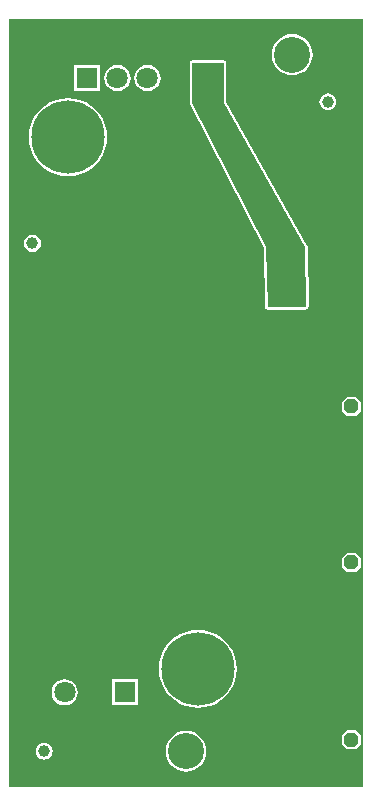
<source format=gbl>
G04*
G04 #@! TF.GenerationSoftware,Altium Limited,Altium Designer,20.2.6 (244)*
G04*
G04 Layer_Physical_Order=2*
G04 Layer_Color=16711680*
%FSLAX25Y25*%
%MOIN*%
G70*
G04*
G04 #@! TF.SameCoordinates,4CC05358-3F16-40D4-8D58-78DA4269A7D2*
G04*
G04*
G04 #@! TF.FilePolarity,Positive*
G04*
G01*
G75*
%ADD12C,0.01181*%
%ADD20C,0.03937*%
%ADD35C,0.00984*%
%ADD37C,0.24410*%
%ADD38C,0.07087*%
%ADD39R,0.07087X0.07087*%
%ADD40P,0.05114X8X292.5*%
%ADD41C,0.12000*%
%ADD42P,0.05114X8X202.5*%
%ADD43C,0.02362*%
G36*
X118110Y0D02*
X0D01*
Y255906D01*
X118110D01*
Y0D01*
D02*
G37*
%LPC*%
G36*
X94488Y250915D02*
X93158Y250784D01*
X91878Y250396D01*
X90699Y249765D01*
X89666Y248917D01*
X88817Y247884D01*
X88187Y246705D01*
X87799Y245425D01*
X87668Y244094D01*
X87799Y242764D01*
X88187Y241484D01*
X88817Y240305D01*
X89666Y239272D01*
X90699Y238424D01*
X91878Y237793D01*
X93158Y237405D01*
X94488Y237274D01*
X95819Y237405D01*
X97098Y237793D01*
X98277Y238424D01*
X99311Y239272D01*
X100159Y240305D01*
X100789Y241484D01*
X101177Y242764D01*
X101308Y244094D01*
X101177Y245425D01*
X100789Y246705D01*
X100159Y247884D01*
X99311Y248917D01*
X98277Y249765D01*
X97098Y250396D01*
X95819Y250784D01*
X94488Y250915D01*
D02*
G37*
G36*
X30512Y240551D02*
X21850D01*
Y231890D01*
X30512D01*
Y240551D01*
D02*
G37*
G36*
X46181Y240588D02*
X45051Y240440D01*
X43997Y240003D01*
X43092Y239309D01*
X42398Y238404D01*
X41962Y237351D01*
X41813Y236221D01*
X41962Y235090D01*
X42398Y234036D01*
X43092Y233132D01*
X43997Y232438D01*
X45051Y232001D01*
X46181Y231852D01*
X47312Y232001D01*
X48365Y232438D01*
X49270Y233132D01*
X49964Y234036D01*
X50400Y235090D01*
X50549Y236221D01*
X50400Y237351D01*
X49964Y238404D01*
X49270Y239309D01*
X48365Y240003D01*
X47312Y240440D01*
X46181Y240588D01*
D02*
G37*
G36*
X36181D02*
X35051Y240440D01*
X33997Y240003D01*
X33092Y239309D01*
X32398Y238404D01*
X31962Y237351D01*
X31813Y236221D01*
X31962Y235090D01*
X32398Y234036D01*
X33092Y233132D01*
X33997Y232438D01*
X35051Y232001D01*
X36181Y231852D01*
X37312Y232001D01*
X38365Y232438D01*
X39270Y233132D01*
X39964Y234036D01*
X40400Y235090D01*
X40549Y236221D01*
X40400Y237351D01*
X39964Y238404D01*
X39270Y239309D01*
X38365Y240003D01*
X37312Y240440D01*
X36181Y240588D01*
D02*
G37*
G36*
X106299Y231126D02*
X105580Y231031D01*
X104909Y230754D01*
X104334Y230312D01*
X103892Y229736D01*
X103614Y229066D01*
X103519Y228346D01*
X103614Y227627D01*
X103892Y226957D01*
X104334Y226381D01*
X104909Y225939D01*
X105580Y225661D01*
X106299Y225567D01*
X107019Y225661D01*
X107689Y225939D01*
X108265Y226381D01*
X108706Y226957D01*
X108984Y227627D01*
X109079Y228346D01*
X108984Y229066D01*
X108706Y229736D01*
X108265Y230312D01*
X107689Y230754D01*
X107019Y231031D01*
X106299Y231126D01*
D02*
G37*
G36*
X19685Y229568D02*
X17646Y229407D01*
X15658Y228930D01*
X13769Y228147D01*
X12025Y227079D01*
X10470Y225751D01*
X9142Y224196D01*
X8073Y222452D01*
X7291Y220563D01*
X6813Y218574D01*
X6653Y216535D01*
X6813Y214497D01*
X7291Y212508D01*
X8073Y210619D01*
X9142Y208875D01*
X10470Y207320D01*
X12025Y205992D01*
X13769Y204924D01*
X15658Y204141D01*
X17646Y203664D01*
X19685Y203503D01*
X21724Y203664D01*
X23712Y204141D01*
X25602Y204924D01*
X27345Y205992D01*
X28900Y207320D01*
X30228Y208875D01*
X31297Y210619D01*
X32079Y212508D01*
X32557Y214497D01*
X32717Y216535D01*
X32557Y218574D01*
X32079Y220563D01*
X31297Y222452D01*
X30228Y224196D01*
X28900Y225751D01*
X27345Y227079D01*
X25602Y228147D01*
X23712Y228930D01*
X21724Y229407D01*
X19685Y229568D01*
D02*
G37*
G36*
X7874Y183882D02*
X7155Y183787D01*
X6484Y183510D01*
X5909Y183068D01*
X5467Y182492D01*
X5189Y181822D01*
X5094Y181102D01*
X5189Y180383D01*
X5467Y179712D01*
X5909Y179137D01*
X6484Y178695D01*
X7155Y178417D01*
X7874Y178323D01*
X8593Y178417D01*
X9264Y178695D01*
X9839Y179137D01*
X10281Y179712D01*
X10559Y180383D01*
X10654Y181102D01*
X10559Y181822D01*
X10281Y182492D01*
X9839Y183068D01*
X9264Y183510D01*
X8593Y183787D01*
X7874Y183882D01*
D02*
G37*
G36*
X71653Y242141D02*
X61024D01*
X60716Y242080D01*
X60456Y241906D01*
X60282Y241646D01*
X60221Y241339D01*
Y227953D01*
X60227Y227919D01*
X60224Y227885D01*
X60258Y227767D01*
X60282Y227645D01*
X60301Y227617D01*
X60310Y227584D01*
X85028Y179719D01*
X85418Y159827D01*
X85450Y159681D01*
X85479Y159535D01*
X85483Y159529D01*
X85485Y159521D01*
X85570Y159399D01*
X85653Y159275D01*
X85659Y159270D01*
X85664Y159264D01*
X85789Y159184D01*
X85913Y159101D01*
X85921Y159099D01*
X85928Y159095D01*
X86075Y159069D01*
X86221Y159040D01*
X98856Y159040D01*
X98860Y159040D01*
X98863Y159040D01*
X99013Y159071D01*
X99163Y159101D01*
X99166Y159103D01*
X99170Y159104D01*
X99296Y159190D01*
X99423Y159275D01*
X99426Y159278D01*
X99429Y159280D01*
X99779Y159637D01*
X99781Y159641D01*
X99784Y159643D01*
X99867Y159772D01*
X99950Y159900D01*
X99951Y159904D01*
X99953Y159907D01*
X99980Y160057D01*
X100008Y160207D01*
X100008Y160211D01*
X100008Y160215D01*
X99622Y179937D01*
X99613Y179978D01*
X99616Y180019D01*
X99579Y180129D01*
X99554Y180243D01*
X99531Y180277D01*
X99518Y180316D01*
X72456Y228164D01*
Y241339D01*
X72395Y241646D01*
X72221Y241906D01*
X71961Y242080D01*
X71653Y242141D01*
D02*
G37*
G36*
X115748Y129921D02*
X112598D01*
X111024Y128347D01*
Y125197D01*
X112598Y123622D01*
X115748D01*
X117323Y125197D01*
Y128347D01*
X115748Y129921D01*
D02*
G37*
G36*
Y77953D02*
X112598D01*
X111024Y76378D01*
Y73228D01*
X112598Y71654D01*
X115748D01*
X117323Y73228D01*
Y76378D01*
X115748Y77953D01*
D02*
G37*
G36*
X42953Y35827D02*
X34291D01*
Y27165D01*
X42953D01*
Y35827D01*
D02*
G37*
G36*
X18622Y35864D02*
X17492Y35715D01*
X16438Y35279D01*
X15533Y34585D01*
X14839Y33680D01*
X14403Y32627D01*
X14254Y31496D01*
X14403Y30365D01*
X14839Y29312D01*
X15533Y28407D01*
X16438Y27713D01*
X17492Y27277D01*
X18622Y27128D01*
X19753Y27277D01*
X20806Y27713D01*
X21711Y28407D01*
X22405Y29312D01*
X22841Y30365D01*
X22990Y31496D01*
X22841Y32627D01*
X22405Y33680D01*
X21711Y34585D01*
X20806Y35279D01*
X19753Y35715D01*
X18622Y35864D01*
D02*
G37*
G36*
X62992Y52402D02*
X60953Y52242D01*
X58965Y51765D01*
X57076Y50982D01*
X55332Y49913D01*
X53777Y48585D01*
X52449Y47030D01*
X51380Y45287D01*
X50598Y43397D01*
X50120Y41409D01*
X49960Y39370D01*
X50120Y37331D01*
X50598Y35343D01*
X51380Y33454D01*
X52449Y31710D01*
X53777Y30155D01*
X55332Y28827D01*
X57076Y27758D01*
X58965Y26976D01*
X60953Y26498D01*
X62992Y26338D01*
X65031Y26498D01*
X67019Y26976D01*
X68909Y27758D01*
X70652Y28827D01*
X72207Y30155D01*
X73536Y31710D01*
X74604Y33454D01*
X75387Y35343D01*
X75864Y37331D01*
X76024Y39370D01*
X75864Y41409D01*
X75387Y43397D01*
X74604Y45287D01*
X73536Y47030D01*
X72207Y48585D01*
X70652Y49913D01*
X68909Y50982D01*
X67019Y51765D01*
X65031Y52242D01*
X62992Y52402D01*
D02*
G37*
G36*
X115748Y18898D02*
X112598D01*
X111024Y17323D01*
Y14173D01*
X112598Y12598D01*
X115748D01*
X117323Y14173D01*
Y17323D01*
X115748Y18898D01*
D02*
G37*
G36*
X11811Y14591D02*
X11092Y14496D01*
X10421Y14218D01*
X9845Y13777D01*
X9404Y13201D01*
X9126Y12530D01*
X9031Y11811D01*
X9126Y11092D01*
X9404Y10421D01*
X9845Y9845D01*
X10421Y9404D01*
X11092Y9126D01*
X11811Y9031D01*
X12530Y9126D01*
X13201Y9404D01*
X13777Y9845D01*
X14218Y10421D01*
X14496Y11092D01*
X14591Y11811D01*
X14496Y12530D01*
X14218Y13201D01*
X13777Y13777D01*
X13201Y14218D01*
X12530Y14496D01*
X11811Y14591D01*
D02*
G37*
G36*
X59055Y18631D02*
X57725Y18500D01*
X56445Y18112D01*
X55266Y17482D01*
X54233Y16634D01*
X53384Y15600D01*
X52754Y14421D01*
X52366Y13142D01*
X52235Y11811D01*
X52366Y10481D01*
X52754Y9201D01*
X53384Y8022D01*
X54233Y6988D01*
X55266Y6140D01*
X56445Y5510D01*
X57725Y5122D01*
X59055Y4991D01*
X60386Y5122D01*
X61665Y5510D01*
X62844Y6140D01*
X63878Y6988D01*
X64726Y8022D01*
X65356Y9201D01*
X65744Y10481D01*
X65875Y11811D01*
X65744Y13142D01*
X65356Y14421D01*
X64726Y15600D01*
X63878Y16634D01*
X62844Y17482D01*
X61665Y18112D01*
X60386Y18500D01*
X59055Y18631D01*
D02*
G37*
%LPD*%
G36*
X71640Y241325D02*
X71653Y241260D01*
Y228164D01*
Y227953D01*
X98793Y179967D01*
X98795Y179957D01*
X98812Y179919D01*
X98817Y179878D01*
X98820Y179869D01*
X99204Y160275D01*
X99191Y160206D01*
X99191Y160205D01*
X99191Y160205D01*
X99153Y160146D01*
X98908Y159896D01*
X98850Y159857D01*
X98849Y159857D01*
X98848Y159857D01*
X98780Y159843D01*
X86300Y159843D01*
X86233Y159856D01*
X86219Y159922D01*
X85827Y179921D01*
X85741Y180087D01*
X85741Y180087D01*
X61049Y227903D01*
X61045Y227923D01*
X61032Y227955D01*
X61029Y227989D01*
X61024Y228009D01*
Y241260D01*
X61037Y241325D01*
X61103Y241339D01*
X71574D01*
X71640Y241325D01*
D02*
G37*
D12*
X114173Y133858D02*
Y149606D01*
X46063Y236102D02*
X46181Y236221D01*
X114173Y165354D02*
Y181102D01*
Y220472D02*
Y236221D01*
X98425Y251969D02*
X114173D01*
X66929D02*
X82677D01*
X35433D02*
X51181D01*
X3937D02*
X19685D01*
X3937Y220472D02*
Y236221D01*
X70866Y3937D02*
X86614D01*
X39370D02*
X55118D01*
X7874D02*
X23622D01*
D20*
X106299Y228346D02*
D03*
X11811Y11811D02*
D03*
X7874Y181102D02*
D03*
D35*
X114173Y196850D02*
Y204724D01*
D37*
X19685Y216535D02*
D03*
X62992Y39370D02*
D03*
D38*
X76181Y236221D02*
D03*
X66181D02*
D03*
X36181D02*
D03*
X46181D02*
D03*
X56181D02*
D03*
X8622Y31496D02*
D03*
X18622D02*
D03*
X28622D02*
D03*
D39*
X26181Y236221D02*
D03*
X38622Y31496D02*
D03*
D40*
X114173Y15748D02*
D03*
Y126772D02*
D03*
Y3937D02*
D03*
D41*
X94488Y244094D02*
D03*
X59055Y11811D02*
D03*
D42*
X114173Y74803D02*
D03*
D43*
X28346Y69291D02*
D03*
X108268Y232283D02*
D03*
X102362Y220472D02*
D03*
X108268Y208661D02*
D03*
X102362Y196850D02*
D03*
X108268Y185039D02*
D03*
Y161417D02*
D03*
X102362Y149606D02*
D03*
X108268Y137795D02*
D03*
Y114173D02*
D03*
X102362Y102362D02*
D03*
X108268Y90551D02*
D03*
X102362Y78740D02*
D03*
X108268Y66929D02*
D03*
X102362Y55118D02*
D03*
X108268Y43307D02*
D03*
X102362Y31496D02*
D03*
Y7874D02*
D03*
X96457Y232283D02*
D03*
X90551Y220472D02*
D03*
X96457Y208661D02*
D03*
X90551Y149606D02*
D03*
X96457Y114173D02*
D03*
X90551Y102362D02*
D03*
X96457Y90551D02*
D03*
X90551Y78740D02*
D03*
X96457Y66929D02*
D03*
X90551Y55118D02*
D03*
X96457Y43307D02*
D03*
X78740Y244094D02*
D03*
X84646Y232283D02*
D03*
X78740Y220472D02*
D03*
Y149606D02*
D03*
X84646Y137795D02*
D03*
X78740Y125984D02*
D03*
X84646Y114173D02*
D03*
X78740Y102362D02*
D03*
X84646Y90551D02*
D03*
X66929Y244094D02*
D03*
Y196850D02*
D03*
Y149606D02*
D03*
X72835Y137795D02*
D03*
X66929Y125984D02*
D03*
X72835Y114173D02*
D03*
X66929Y102362D02*
D03*
X72835Y90551D02*
D03*
X55118Y244094D02*
D03*
Y220472D02*
D03*
X61024Y208661D02*
D03*
Y161417D02*
D03*
X55118Y149606D02*
D03*
X61024Y137795D02*
D03*
X55118Y125984D02*
D03*
X61024Y114173D02*
D03*
X55118Y102362D02*
D03*
X61024Y90551D02*
D03*
X43307Y244094D02*
D03*
Y7874D02*
D03*
X31496Y244094D02*
D03*
X37402Y208661D02*
D03*
X31496Y196850D02*
D03*
X37402Y185039D02*
D03*
X31496Y173228D02*
D03*
X37402Y161417D02*
D03*
X31496Y149606D02*
D03*
X37402Y137795D02*
D03*
X31496Y125984D02*
D03*
X37402Y114173D02*
D03*
X31496Y102362D02*
D03*
X37402Y90551D02*
D03*
X31496Y78740D02*
D03*
Y7874D02*
D03*
X19685Y244094D02*
D03*
Y196850D02*
D03*
X25591Y185039D02*
D03*
X19685Y173228D02*
D03*
X25591Y161417D02*
D03*
X19685Y149606D02*
D03*
X25591Y137795D02*
D03*
X19685Y125984D02*
D03*
X25591Y114173D02*
D03*
X19685Y102362D02*
D03*
X25591Y90551D02*
D03*
X19685Y78740D02*
D03*
X25591Y19685D02*
D03*
X19685Y7874D02*
D03*
X7874Y244094D02*
D03*
X13780Y232283D02*
D03*
X7874Y196850D02*
D03*
X13780Y185039D02*
D03*
X7874Y173228D02*
D03*
X13780Y161417D02*
D03*
X7874Y149606D02*
D03*
X13780Y137795D02*
D03*
X7874Y125984D02*
D03*
X13780Y114173D02*
D03*
X7874Y102362D02*
D03*
X13780Y90551D02*
D03*
X7874Y78740D02*
D03*
X13780Y19685D02*
D03*
X7874Y7874D02*
D03*
X53543Y185433D02*
D03*
X90158Y168110D02*
D03*
X102362Y177953D02*
D03*
X50000Y177559D02*
D03*
X96063Y162598D02*
D03*
X90158D02*
D03*
X96063Y168110D02*
D03*
X79528Y162598D02*
D03*
X69685Y63583D02*
D03*
X76378D02*
D03*
X73425Y172835D02*
D03*
X69095D02*
D03*
X73425Y177165D02*
D03*
X69095D02*
D03*
X73425Y181496D02*
D03*
X69095D02*
D03*
X114173Y196850D02*
D03*
Y181102D02*
D03*
Y165354D02*
D03*
Y149606D02*
D03*
Y133858D02*
D03*
Y9843D02*
D03*
Y204724D02*
D03*
Y220472D02*
D03*
Y236221D02*
D03*
Y251969D02*
D03*
X98425D02*
D03*
X82677D02*
D03*
X66929D02*
D03*
X51181D02*
D03*
X35433D02*
D03*
X19685D02*
D03*
X3937D02*
D03*
Y236221D02*
D03*
Y220472D02*
D03*
Y204724D02*
D03*
X102362Y3937D02*
D03*
X86614D02*
D03*
X70866D02*
D03*
X55118D02*
D03*
X39370D02*
D03*
X23622D02*
D03*
X7874D02*
D03*
X107874Y130709D02*
D03*
Y78740D02*
D03*
X108268Y19685D02*
D03*
X7087Y68898D02*
D03*
X14173D02*
D03*
X21260D02*
D03*
M02*

</source>
